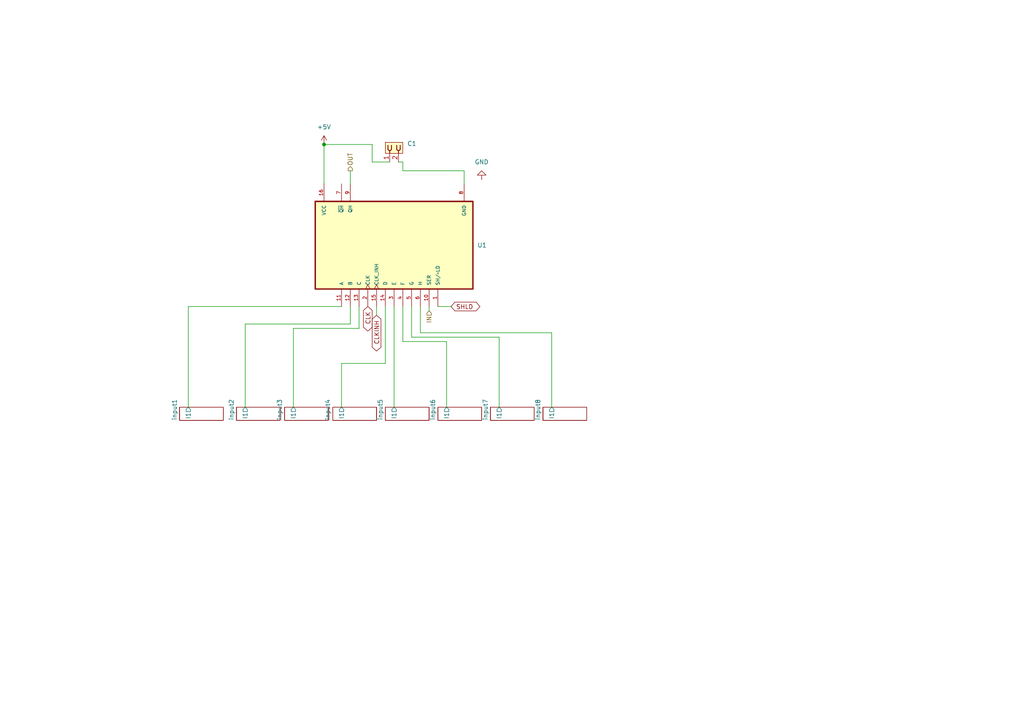
<source format=kicad_sch>
(kicad_sch (version 20231120) (generator "eeschema") (generator_version "8.0")
  (paper "A4")
  (lib_symbols
    (symbol "PCM_SL_Pin_Headers:PINHD_1x2_Female"
      (property "Reference" "J" (at 0 7.62 0))
      (property "Value" "PINHD_1x2_Female" (at 0 5.08 0))
      (symbol "PINHD_1x2_Female_0_1"
        (rectangle (start -1.27 2.54) (end 1.905 -2.54) (fill (type background)))
        (arc (start -0.508 -1.27) (mid -0.3592 -1.6292) (end 0 -1.778) (stroke (width 0.25)))
        (arc (start -0.508 1.27) (mid -0.3592 0.9108) (end 0 0.762) (stroke (width 0.25)))
        (arc (start 0 -0.762) (mid -0.3592 -0.9108) (end -0.508 -1.27) (stroke (width 0.25)))
        (polyline (pts (xy -1.27 -1.27) (xy -0.508 -1.27)) (stroke (width 0.25)))
        (polyline (pts (xy -1.27 1.27) (xy -0.508 1.27)) (stroke (width 0.25)))
        (polyline (pts (xy 0 -1.778) (xy 1.016 -1.778)) (stroke (width 0.25)))
        (polyline (pts (xy 0 -0.762) (xy 1.016 -0.762)) (stroke (width 0.25)))
        (polyline (pts (xy 0 0.762) (xy 1.016 0.762)) (stroke (width 0.25)))
        (polyline (pts (xy 0 1.778) (xy 1.016 1.778)) (stroke (width 0.25)))
        (arc (start 0 1.778) (mid -0.3592 1.6292) (end -0.508 1.27) (stroke (width 0.25)))
      )
      (symbol "PINHD_1x2_Female_1_1"
        (pin passive line (at -3.81 1.27 0) (length 2.54) (name "") (number "1"))
        (pin passive line (at -3.81 -1.27 0) (length 2.54) (name "") (number "2"))
      )
    )
    (symbol "SN74HC165N:SN74HC165N" (pin_names (offset 1.016))
      (property "Reference" "U" (at -12.7 23.86 0))
      (property "Value" "SN74HC165N" (at -12.7 -26.86 0))
      (symbol "SN74HC165N_0_0"
        (rectangle (start -12.7 -22.86) (end 12.7 22.86) (stroke (width 0.41)) (fill (type background)))
        (pin input line (at -17.78 -12.7 0) (length 5.08) (name "SH/~LD") (number "1"))
        (pin input line (at -17.78 -10.16 0) (length 5.08) (name "SER") (number "10"))
        (pin input line (at -17.78 15.24 0) (length 5.08) (name "A") (number "11"))
        (pin input line (at -17.78 12.7 0) (length 5.08) (name "B") (number "12"))
        (pin input line (at -17.78 10.16 0) (length 5.08) (name "C") (number "13"))
        (pin input line (at -17.78 2.54 0) (length 5.08) (name "D") (number "14"))
        (pin input clock (at -17.78 5.08 0) (length 5.08) (name "CLK_INH") (number "15"))
        (pin power_in line (at 17.78 20.32 180) (length 5.08) (name "VCC") (number "16"))
        (pin input clock (at -17.78 7.62 0) (length 5.08) (name "CLK") (number "2"))
        (pin input line (at -17.78 0 0) (length 5.08) (name "E") (number "3"))
        (pin input line (at -17.78 -2.54 0) (length 5.08) (name "F") (number "4"))
        (pin input line (at -17.78 -5.08 0) (length 5.08) (name "G") (number "5"))
        (pin input line (at -17.78 -7.62 0) (length 5.08) (name "H") (number "6"))
        (pin output line (at 17.78 15.24 180) (length 5.08) (name "~{QH}") (number "7"))
        (pin power_in line (at 17.78 -20.32 180) (length 5.08) (name "GND") (number "8"))
        (pin output line (at 17.78 12.7 180) (length 5.08) (name "QH") (number "9"))
      )
    )
    (symbol "power:+5V" (power) (pin_numbers hide) (pin_names (offset 0) hide)
      (property "Value" "+5V" (at 0 3.556 0))
      (symbol "+5V_0_1"
        (polyline (pts (xy -0.762 1.27) (xy 0 2.54)))
        (polyline (pts (xy 0 0) (xy 0 2.54)))
        (polyline (pts (xy 0 2.54) (xy 0.762 1.27)))
      )
      (symbol "+5V_1_1"
        (pin power_in line (at 0 0 90) (length 0) (name "~") (number "1"))
      )
    )
    (symbol "power:GND" (power) (pin_numbers hide) (pin_names (offset 0) hide)
      (property "Value" "GND" (at 0 -3.81 0))
      (symbol "GND_0_1"
        (polyline (pts (xy 0 0) (xy 0 -1.27) (xy 1.27 -1.27) (xy 0 -2.54) (xy -1.27 -1.27) (xy 0 -1.27)))
      )
      (symbol "GND_1_1"
        (pin power_in line (at 0 0 270) (length 0) (name "~") (number "1"))
      )
    )
  )
  (junction (at 93.98 41.91))
  (wire (pts (xy 107.95 41.91) (xy 93.98 41.91)))
  (wire (pts (xy 104.14 95.25) (xy 85.09 95.25)))
  (wire (pts (xy 99.06 88.9) (xy 54.61 88.9)))
  (wire (pts (xy 93.98 41.91) (xy 93.98 53.34)))
  (wire (pts (xy 119.38 88.9) (xy 119.38 97.79)))
  (wire (pts (xy 127 88.9) (xy 130.81 88.9)))
  (wire (pts (xy 116.84 49.53) (xy 134.62 49.53)))
  (wire (pts (xy 54.61 88.9) (xy 54.61 118.11)))
  (wire (pts (xy 116.84 46.99) (xy 115.57 46.99)))
  (wire (pts (xy 144.78 97.79) (xy 144.78 118.11)))
  (wire (pts (xy 101.6 93.98) (xy 71.12 93.98)))
  (wire (pts (xy 107.95 46.99) (xy 107.95 41.91)))
  (wire (pts (xy 71.12 93.98) (xy 71.12 118.11)))
  (wire (pts (xy 124.46 88.9) (xy 124.46 90.17)))
  (wire (pts (xy 129.54 99.06) (xy 129.54 118.11)))
  (wire (pts (xy 104.14 88.9) (xy 104.14 95.25)))
  (wire (pts (xy 101.6 88.9) (xy 101.6 93.98)))
  (wire (pts (xy 99.06 105.41) (xy 99.06 118.11)))
  (wire (pts (xy 111.76 105.41) (xy 99.06 105.41)))
  (wire (pts (xy 116.84 99.06) (xy 129.54 99.06)))
  (wire (pts (xy 160.02 96.52) (xy 160.02 118.11)))
  (wire (pts (xy 134.62 49.53) (xy 134.62 53.34)))
  (wire (pts (xy 121.92 96.52) (xy 160.02 96.52)))
  (wire (pts (xy 119.38 97.79) (xy 144.78 97.79)))
  (wire (pts (xy 101.6 49.53) (xy 101.6 53.34)))
  (wire (pts (xy 121.92 88.9) (xy 121.92 96.52)))
  (wire (pts (xy 113.03 46.99) (xy 107.95 46.99)))
  (wire (pts (xy 85.09 95.25) (xy 85.09 118.11)))
  (wire (pts (xy 116.84 46.99) (xy 116.84 49.53)))
  (wire (pts (xy 116.84 88.9) (xy 116.84 99.06)))
  (wire (pts (xy 111.76 88.9) (xy 111.76 105.41)))
  (wire (pts (xy 114.3 88.9) (xy 114.3 118.11)))
  (wire (pts (xy 109.22 88.9) (xy 109.22 91.44)))
  (global_label "CLKINH" (shape bidirectional) (at 109.22 91.44 270) (property "Intersheetrefs" "${INTERSHEET_REFS}" (effects (hide yes))))
  (global_label "CLK" (shape bidirectional) (at 106.68 88.9 270) (property "Intersheetrefs" "${INTERSHEET_REFS}" (effects (hide yes))))
  (global_label "SHLD" (shape bidirectional) (at 130.81 88.9 0) (property "Intersheetrefs" "${INTERSHEET_REFS}" (effects (hide yes))))
  (hierarchical_label "OUT" (shape output) (at 101.6 49.53 90))
  (hierarchical_label "IN" (shape input) (at 124.46 90.17 270))
  (symbol (lib_id "power:+5V") (at 93.98 41.91 0) (unit 1)
    (property "Reference" "#PWR01" (effects (hide yes)))
    (property "Value" "+5V" (at 93.98 36.83 0))
    (property "Description" "Power symbol creates a global label with name \"+5V\"" (effects (hide yes)))
    (instances (project "inputshield" (path "" (reference "#PWR01") (unit 1)) (path "" (reference "#PWR03") (unit 1)) (path "" (reference "#PWR09") (unit 1)) (path "" (reference "#PWR011") (unit 1)) (path "" (reference "#PWR05") (unit 1)) (path "" (reference "#PWR07") (unit 1)) (path "" (reference "#PWR013") (unit 1)) (path "" (reference "#PWR015") (unit 1))))
  )
  (symbol (lib_id "PCM_SL_Pin_Headers:PINHD_1x2_Female") (at 114.3 43.18 90) (unit 1)
    (property "Reference" "C1" (at 118.11 41.6549 90) (effects (justify right)))
    (property "Value" "PINHD_1x2_Female" (effects (hide yes)))
    (property "Footprint" "Connector_PinSocket_2.54mm:PinSocket_1x02_P2.54mm_Vertical" (effects (hide yes)))
    (property "Description" "Pin Header female with pin space 2.54mm. Pin Count -2" (effects (hide yes)))
    (instances (project "inputshield" (path "" (reference "C1") (unit 1)) (path "" (reference "C2") (unit 1)) (path "" (reference "C5") (unit 1)) (path "" (reference "C6") (unit 1)) (path "" (reference "C3") (unit 1)) (path "" (reference "C4") (unit 1)) (path "" (reference "C7") (unit 1)) (path "" (reference "C8") (unit 1))))
  )
  (symbol (lib_id "power:GND") (at 139.7 52.07 180) (unit 1)
    (property "Reference" "#PWR02" (effects (hide yes)))
    (property "Value" "GND" (at 139.7 46.99 0))
    (property "Description" "Power symbol creates a global label with name \"GND\" , ground" (effects (hide yes)))
    (instances (project "inputshield" (path "" (reference "#PWR02") (unit 1)) (path "" (reference "#PWR04") (unit 1)) (path "" (reference "#PWR010") (unit 1)) (path "" (reference "#PWR012") (unit 1)) (path "" (reference "#PWR06") (unit 1)) (path "" (reference "#PWR08") (unit 1)) (path "" (reference "#PWR014") (unit 1)) (path "" (reference "#PWR016") (unit 1))))
  )
  (symbol (lib_id "SN74HC165N:SN74HC165N") (at 114.3 71.12 90) (unit 1)
    (property "Reference" "U1" (at 138.43 71.1199 90) (effects (justify right)))
    (property "Value" "SN74HC165N" (effects (hide yes)))
    (property "Footprint" "SN74HC165N:DIP794W45P254L1969H508Q16" (effects (hide yes)))
    (instances (project "inputshield" (path "" (reference "U1") (unit 1)) (path "" (reference "U2") (unit 1)) (path "" (reference "U5") (unit 1)) (path "" (reference "U6") (unit 1)) (path "" (reference "U3") (unit 1)) (path "" (reference "U4") (unit 1)) (path "" (reference "U7") (unit 1)) (path "" (reference "U8") (unit 1))))
  )
  (sheet (at 68.58 118.11) (size 12.7 3.81) (stroke (width 0.1524))
    (property "Sheetname" "input2" (at 67.8684 121.92 90) (effects (justify left bottom)))
    (property "Sheetfile" "input.kicad_sch" (effects (hide yes)))
    (pin "I1" output (at 71.12 118.11 90))
  )
  (sheet (at 96.52 118.11) (size 12.7 3.81) (stroke (width 0.1524))
    (property "Sheetname" "input4" (at 95.8084 121.92 90) (effects (justify left bottom)))
    (property "Sheetfile" "input.kicad_sch" (effects (hide yes)))
    (pin "I1" output (at 99.06 118.11 90))
  )
  (sheet (at 142.24 118.11) (size 12.7 3.81) (stroke (width 0.1524))
    (property "Sheetname" "input7" (at 141.5284 121.92 90) (effects (justify left bottom)))
    (property "Sheetfile" "input.kicad_sch" (effects (hide yes)))
    (pin "I1" output (at 144.78 118.11 90))
  )
  (sheet (at 127 118.11) (size 12.7 3.81) (stroke (width 0.1524))
    (property "Sheetname" "input6" (at 126.2884 121.92 90) (effects (justify left bottom)))
    (property "Sheetfile" "input.kicad_sch" (effects (hide yes)))
    (pin "I1" output (at 129.54 118.11 90))
  )
  (sheet (at 157.48 118.11) (size 12.7 3.81) (stroke (width 0.1524))
    (property "Sheetname" "input8" (at 156.7684 121.92 90) (effects (justify left bottom)))
    (property "Sheetfile" "input.kicad_sch" (effects (hide yes)))
    (pin "I1" output (at 160.02 118.11 90))
  )
  (sheet (at 111.76 118.11) (size 12.7 3.81) (stroke (width 0.1524))
    (property "Sheetname" "input5" (at 111.0484 121.92 90) (effects (justify left bottom)))
    (property "Sheetfile" "input.kicad_sch" (effects (hide yes)))
    (pin "I1" output (at 114.3 118.11 90))
  )
  (sheet (at 52.07 118.11) (size 12.7 3.81) (stroke (width 0.1524))
    (property "Sheetname" "input1" (at 51.3584 121.92 90) (effects (justify left bottom)))
    (property "Sheetfile" "input.kicad_sch" (effects (hide yes)))
    (pin "I1" output (at 54.61 118.11 90))
  )
  (sheet (at 82.55 118.11) (size 12.7 3.81) (stroke (width 0.1524))
    (property "Sheetname" "input3" (at 81.8384 121.92 90) (effects (justify left bottom)))
    (property "Sheetfile" "input.kicad_sch" (effects (hide yes)))
    (pin "I1" output (at 85.09 118.11 90))
  )
)
</source>
